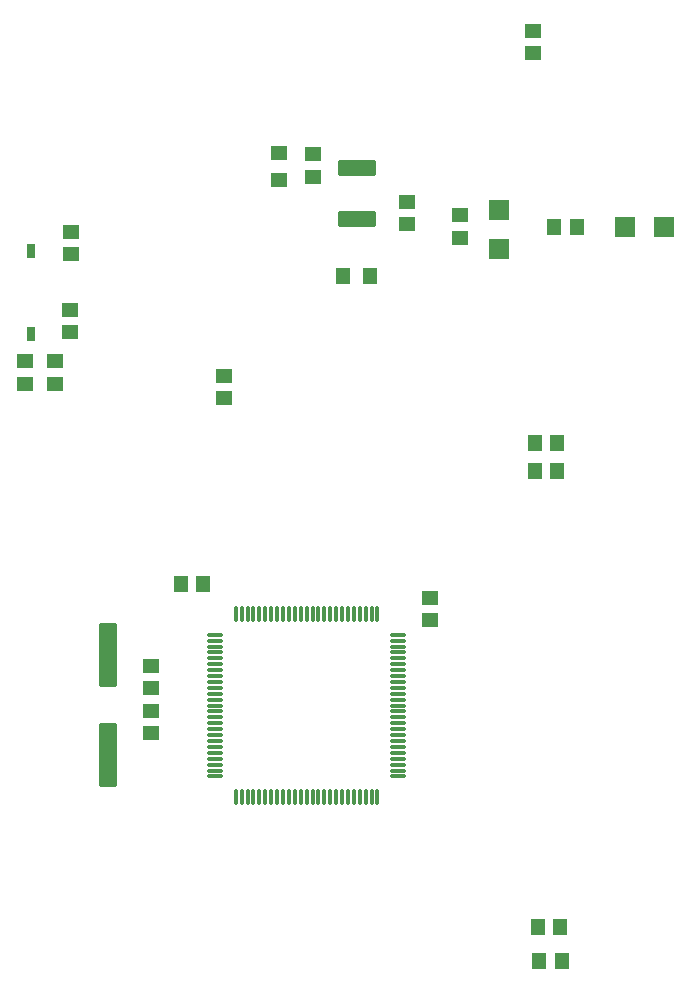
<source format=gtp>
G04*
G04 #@! TF.GenerationSoftware,Altium Limited,Altium Designer,21.3.2 (30)*
G04*
G04 Layer_Color=8421504*
%FSTAX44Y44*%
%MOMM*%
G71*
G04*
G04 #@! TF.SameCoordinates,F8E9BDDD-FC12-4FEB-8D7F-7DE70A56B409*
G04*
G04*
G04 #@! TF.FilePolarity,Positive*
G04*
G01*
G75*
%ADD23R,1.2000X1.4000*%
G04:AMPARAMS|DCode=24|XSize=5.5mm|YSize=1.5mm|CornerRadius=0.1875mm|HoleSize=0mm|Usage=FLASHONLY|Rotation=90.000|XOffset=0mm|YOffset=0mm|HoleType=Round|Shape=RoundedRectangle|*
%AMROUNDEDRECTD24*
21,1,5.5000,1.1250,0,0,90.0*
21,1,5.1250,1.5000,0,0,90.0*
1,1,0.3750,0.5625,2.5625*
1,1,0.3750,0.5625,-2.5625*
1,1,0.3750,-0.5625,-2.5625*
1,1,0.3750,-0.5625,2.5625*
%
%ADD24ROUNDEDRECTD24*%
%ADD25R,1.4000X1.2000*%
%ADD26O,1.4500X0.3000*%
%ADD27O,0.3000X1.4500*%
%ADD28R,0.8000X1.2000*%
%ADD29R,1.3970X1.2700*%
%ADD30R,1.2700X1.3970*%
G04:AMPARAMS|DCode=31|XSize=1.34mm|YSize=3.29mm|CornerRadius=0.1675mm|HoleSize=0mm|Usage=FLASHONLY|Rotation=270.000|XOffset=0mm|YOffset=0mm|HoleType=Round|Shape=RoundedRectangle|*
%AMROUNDEDRECTD31*
21,1,1.3400,2.9550,0,0,270.0*
21,1,1.0050,3.2900,0,0,270.0*
1,1,0.3350,-1.4775,-0.5025*
1,1,0.3350,-1.4775,0.5025*
1,1,0.3350,1.4775,0.5025*
1,1,0.3350,1.4775,-0.5025*
%
%ADD31ROUNDEDRECTD31*%
%ADD32R,1.7000X1.7000*%
%ADD33R,1.7000X1.7000*%
D23*
X00296614Y00505206D02*
D03*
X00315614D02*
D03*
X00615334Y00624586D02*
D03*
X00596334D02*
D03*
X00612844Y00807112D02*
D03*
X00631844D02*
D03*
X00598786Y00215018D02*
D03*
X00617786D02*
D03*
X00600056Y00185808D02*
D03*
X00619056D02*
D03*
X00596334Y00600456D02*
D03*
X00615334D02*
D03*
D24*
X0023495Y0035987D02*
D03*
Y0044487D02*
D03*
D25*
X00271746Y00397856D02*
D03*
Y00378856D02*
D03*
X00271814Y00417044D02*
D03*
Y00436044D02*
D03*
X00507966Y00493326D02*
D03*
Y00474326D02*
D03*
X00202538Y00718034D02*
D03*
Y00737034D02*
D03*
X00203808Y00803074D02*
D03*
Y00784074D02*
D03*
X00408332Y00869026D02*
D03*
Y00850026D02*
D03*
X00532738Y00798264D02*
D03*
Y00817264D02*
D03*
X00488342Y00809606D02*
D03*
Y00828606D02*
D03*
X00594968Y00954474D02*
D03*
Y00973474D02*
D03*
X00164492Y00674766D02*
D03*
Y00693766D02*
D03*
X00190466D02*
D03*
Y00674766D02*
D03*
X00333348Y00681374D02*
D03*
Y00662374D02*
D03*
D26*
X003259Y0046215D02*
D03*
Y0045715D02*
D03*
Y0045215D02*
D03*
Y0044715D02*
D03*
Y0044215D02*
D03*
Y0043715D02*
D03*
Y0043215D02*
D03*
Y0042715D02*
D03*
Y0042215D02*
D03*
Y0041715D02*
D03*
Y0041215D02*
D03*
Y0040715D02*
D03*
Y0040215D02*
D03*
Y0039715D02*
D03*
Y0039215D02*
D03*
Y0038715D02*
D03*
Y0038215D02*
D03*
Y0037715D02*
D03*
Y0037215D02*
D03*
Y0036715D02*
D03*
Y0036215D02*
D03*
Y0035715D02*
D03*
Y0035215D02*
D03*
Y0034715D02*
D03*
Y0034215D02*
D03*
X004804D02*
D03*
Y0034715D02*
D03*
Y0035215D02*
D03*
Y0035715D02*
D03*
Y0036215D02*
D03*
Y0036715D02*
D03*
Y0037215D02*
D03*
Y0037715D02*
D03*
Y0038215D02*
D03*
Y0038715D02*
D03*
Y0039215D02*
D03*
Y0039715D02*
D03*
Y0040215D02*
D03*
Y0040715D02*
D03*
Y0041215D02*
D03*
Y0041715D02*
D03*
Y0042215D02*
D03*
Y0042715D02*
D03*
Y0043215D02*
D03*
Y0043715D02*
D03*
Y0044215D02*
D03*
Y0044715D02*
D03*
Y0045215D02*
D03*
Y0045715D02*
D03*
Y0046215D02*
D03*
D27*
X0034315Y003249D02*
D03*
X0034815D02*
D03*
X0035315D02*
D03*
X0035815D02*
D03*
X0036315D02*
D03*
X0036815D02*
D03*
X0037315D02*
D03*
X0037815D02*
D03*
X0038315D02*
D03*
X0038815D02*
D03*
X0039315D02*
D03*
X0039815D02*
D03*
X0040315D02*
D03*
X0040815D02*
D03*
X0041315D02*
D03*
X0041815D02*
D03*
X0042315D02*
D03*
X0042815D02*
D03*
X0043315D02*
D03*
X0043815D02*
D03*
X0044315D02*
D03*
X0044815D02*
D03*
X0045315D02*
D03*
X0045815D02*
D03*
X0046315D02*
D03*
Y004794D02*
D03*
X0045815D02*
D03*
X0045315D02*
D03*
X0044815D02*
D03*
X0044315D02*
D03*
X0043815D02*
D03*
X0043315D02*
D03*
X0042815D02*
D03*
X0042315D02*
D03*
X0041815D02*
D03*
X0041315D02*
D03*
X0040815D02*
D03*
X0040315D02*
D03*
X0039815D02*
D03*
X0039315D02*
D03*
X0038815D02*
D03*
X0038315D02*
D03*
X0037815D02*
D03*
X0037315D02*
D03*
X0036815D02*
D03*
X0036315D02*
D03*
X0035815D02*
D03*
X0035315D02*
D03*
X0034815D02*
D03*
X0034315D02*
D03*
D28*
X0017018Y0078662D02*
D03*
Y0071662D02*
D03*
D29*
X0037973Y0086995D02*
D03*
Y0084709D02*
D03*
D30*
X0043434Y0076581D02*
D03*
X004572D02*
D03*
D31*
X0044577Y0081407D02*
D03*
Y0085707D02*
D03*
D32*
X0056642Y0078868D02*
D03*
Y0082168D02*
D03*
D33*
X0070611Y0080772D02*
D03*
X0067311D02*
D03*
M02*

</source>
